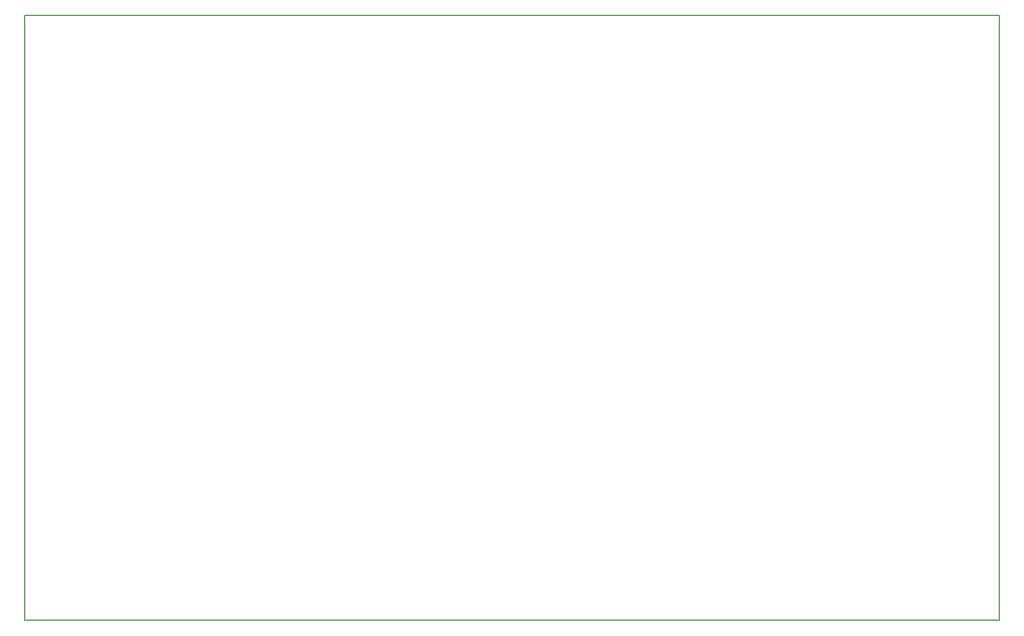
<source format=gm1>
G04 #@! TF.FileFunction,Profile,NP*
%FSLAX46Y46*%
G04 Gerber Fmt 4.6, Leading zero omitted, Abs format (unit mm)*
G04 Created by KiCad (PCBNEW 4.0.0-rc1-stable) date 4/11/2015 1:36:56 PM*
%MOMM*%
G01*
G04 APERTURE LIST*
%ADD10C,0.100000*%
%ADD11C,0.150000*%
G04 APERTURE END LIST*
D10*
D11*
X172500000Y-48000000D02*
X172500000Y-141500000D01*
X22000000Y-141500000D02*
X172500000Y-141500000D01*
X22000000Y-48000000D02*
X22000000Y-141500000D01*
X172000000Y-48000000D02*
X172500000Y-48000000D01*
X43000000Y-48000000D02*
X172000000Y-48000000D01*
X43000000Y-48000000D02*
X22000000Y-48000000D01*
M02*

</source>
